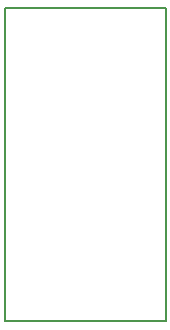
<source format=gm1>
G04 #@! TF.GenerationSoftware,KiCad,Pcbnew,5.0.1-33cea8e~68~ubuntu18.04.1*
G04 #@! TF.CreationDate,2018-11-17T13:39:52+01:00*
G04 #@! TF.ProjectId,MCP1702_SOT89_breakoutmodule_JST,4D4350313730325F534F5438395F6272,rev?*
G04 #@! TF.SameCoordinates,Original*
G04 #@! TF.FileFunction,Profile,NP*
%FSLAX46Y46*%
G04 Gerber Fmt 4.6, Leading zero omitted, Abs format (unit mm)*
G04 Created by KiCad (PCBNEW 5.0.1-33cea8e~68~ubuntu18.04.1) date za 17 nov 2018 13:39:52 CET*
%MOMM*%
%LPD*%
G01*
G04 APERTURE LIST*
%ADD10C,0.150000*%
G04 APERTURE END LIST*
D10*
X142700000Y-64200000D02*
X142700000Y-90700000D01*
X129100000Y-90700000D02*
X129100000Y-64200000D01*
X142700000Y-64200000D02*
X129100000Y-64200000D01*
X129100000Y-90700000D02*
X142700000Y-90700000D01*
M02*

</source>
